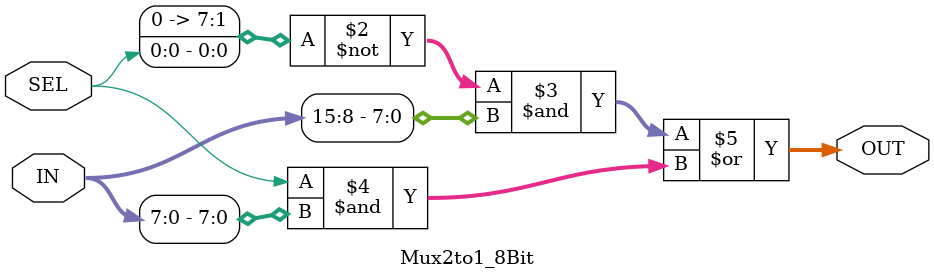
<source format=v>
`timescale 1ns / 1ps
module Mux2to1_8Bit(SEL, IN, OUT); 
    input SEL;
	 input [15:0] IN;
	 output [7:0]OUT;
	 
	 assign OUT = (~SEL&IN[15:8])|(SEL&IN[7:0]);
	 
endmodule 
</source>
